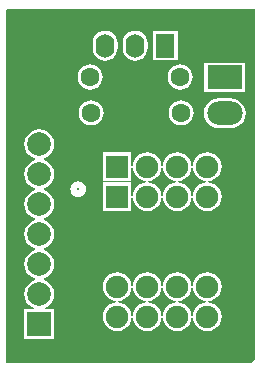
<source format=gbl>
G04 Layer_Physical_Order=2*
G04 Layer_Color=11436288*
%FSAX43Y43*%
%MOMM*%
G71*
G01*
G75*
%ADD11C,0.300*%
%ADD12C,1.905*%
%ADD13R,1.905X1.905*%
%ADD14R,1.905X1.905*%
%ADD15R,2.000X2.000*%
%ADD16C,2.000*%
%ADD17O,3.000X2.000*%
%ADD18R,3.000X2.000*%
%ADD19R,1.600X2.000*%
%ADD20O,1.600X2.000*%
%ADD21C,1.600*%
G36*
X0041874Y0054356D02*
X0041874Y0024684D01*
X0041574Y0024384D01*
X0020918Y0024384D01*
X0020828Y0024474D01*
X0020828Y0054266D01*
X0020918Y0054356D01*
X0041874Y0054356D01*
D02*
G37*
%LPC*%
G36*
X0037846Y0042238D02*
X0037531Y0042196D01*
X0037238Y0042075D01*
X0036986Y0041881D01*
X0036792Y0041629D01*
X0036671Y0041336D01*
X0036640Y0041104D01*
X0036512D01*
X0036481Y0041336D01*
X0036360Y0041629D01*
X0036167Y0041881D01*
X0035914Y0042075D01*
X0035621Y0042196D01*
X0035306Y0042238D01*
X0034991Y0042196D01*
X0034698Y0042075D01*
X0034446Y0041881D01*
X0034252Y0041629D01*
X0034131Y0041336D01*
X0034100Y0041104D01*
X0033972D01*
X0033941Y0041336D01*
X0033820Y0041629D01*
X0033626Y0041881D01*
X0033374Y0042075D01*
X0033081Y0042196D01*
X0032766Y0042238D01*
X0032451Y0042196D01*
X0032158Y0042075D01*
X0031906Y0041881D01*
X0031712Y0041629D01*
X0031591Y0041336D01*
X0031560Y0041100D01*
X0031433Y0041108D01*
Y0042227D01*
X0029020D01*
Y0039814D01*
X0031433D01*
Y0040934D01*
X0031560Y0040942D01*
X0031591Y0040706D01*
X0031712Y0040413D01*
X0031906Y0040160D01*
X0032158Y0039967D01*
X0032451Y0039846D01*
X0032683Y0039815D01*
Y0039687D01*
X0032451Y0039656D01*
X0032158Y0039535D01*
X0031906Y0039341D01*
X0031712Y0039089D01*
X0031591Y0038796D01*
X0031560Y0038560D01*
X0031433Y0038568D01*
Y0039687D01*
X0029020D01*
Y0037274D01*
X0031433D01*
Y0038394D01*
X0031560Y0038402D01*
X0031591Y0038166D01*
X0031712Y0037873D01*
X0031906Y0037620D01*
X0032158Y0037427D01*
X0032451Y0037306D01*
X0032766Y0037264D01*
X0033081Y0037306D01*
X0033374Y0037427D01*
X0033626Y0037620D01*
X0033820Y0037873D01*
X0033941Y0038166D01*
X0033972Y0038398D01*
X0034100D01*
X0034131Y0038166D01*
X0034252Y0037873D01*
X0034446Y0037620D01*
X0034698Y0037427D01*
X0034991Y0037306D01*
X0035306Y0037264D01*
X0035621Y0037306D01*
X0035914Y0037427D01*
X0036167Y0037620D01*
X0036360Y0037873D01*
X0036481Y0038166D01*
X0036512Y0038398D01*
X0036640D01*
X0036671Y0038166D01*
X0036792Y0037873D01*
X0036986Y0037620D01*
X0037238Y0037427D01*
X0037531Y0037306D01*
X0037846Y0037264D01*
X0038161Y0037306D01*
X0038454Y0037427D01*
X0038707Y0037620D01*
X0038900Y0037873D01*
X0039021Y0038166D01*
X0039063Y0038481D01*
X0039021Y0038796D01*
X0038900Y0039089D01*
X0038707Y0039341D01*
X0038454Y0039535D01*
X0038161Y0039656D01*
X0037929Y0039687D01*
Y0039815D01*
X0038161Y0039846D01*
X0038454Y0039967D01*
X0038707Y0040160D01*
X0038900Y0040413D01*
X0039021Y0040706D01*
X0039063Y0041021D01*
X0039021Y0041336D01*
X0038900Y0041629D01*
X0038707Y0041881D01*
X0038454Y0042075D01*
X0038161Y0042196D01*
X0037846Y0042238D01*
D02*
G37*
G36*
X0039824Y0046799D02*
X0038824D01*
X0038497Y0046756D01*
X0038192Y0046629D01*
X0037930Y0046428D01*
X0037729Y0046166D01*
X0037602Y0045861D01*
X0037559Y0045534D01*
X0037602Y0045207D01*
X0037729Y0044902D01*
X0037930Y0044640D01*
X0038192Y0044439D01*
X0038497Y0044312D01*
X0038824Y0044269D01*
X0039824D01*
X0040151Y0044312D01*
X0040456Y0044439D01*
X0040718Y0044640D01*
X0040919Y0044902D01*
X0041046Y0045207D01*
X0041089Y0045534D01*
X0041046Y0045861D01*
X0040919Y0046166D01*
X0040718Y0046428D01*
X0040456Y0046629D01*
X0040151Y0046756D01*
X0039824Y0046799D01*
D02*
G37*
G36*
X0028014Y0046647D02*
X0027739Y0046611D01*
X0027482Y0046505D01*
X0027262Y0046336D01*
X0027093Y0046116D01*
X0026987Y0045859D01*
X0026951Y0045584D01*
X0026987Y0045309D01*
X0027093Y0045052D01*
X0027262Y0044832D01*
X0027482Y0044663D01*
X0027739Y0044557D01*
X0028014Y0044521D01*
X0028289Y0044557D01*
X0028546Y0044663D01*
X0028766Y0044832D01*
X0028935Y0045052D01*
X0029041Y0045309D01*
X0029077Y0045584D01*
X0029041Y0045859D01*
X0028935Y0046116D01*
X0028766Y0046336D01*
X0028546Y0046505D01*
X0028289Y0046611D01*
X0028014Y0046647D01*
D02*
G37*
G36*
X0023622Y0044191D02*
X0023295Y0044148D01*
X0022990Y0044021D01*
X0022728Y0043820D01*
X0022527Y0043558D01*
X0022400Y0043253D01*
X0022357Y0042926D01*
X0022400Y0042599D01*
X0022527Y0042294D01*
X0022728Y0042032D01*
X0022990Y0041831D01*
X0023245Y0041725D01*
Y0041587D01*
X0022990Y0041481D01*
X0022728Y0041280D01*
X0022527Y0041018D01*
X0022400Y0040713D01*
X0022357Y0040386D01*
X0022400Y0040059D01*
X0022527Y0039754D01*
X0022728Y0039492D01*
X0022990Y0039291D01*
X0023245Y0039185D01*
Y0039047D01*
X0022990Y0038941D01*
X0022728Y0038740D01*
X0022527Y0038478D01*
X0022400Y0038173D01*
X0022357Y0037846D01*
X0022400Y0037519D01*
X0022527Y0037214D01*
X0022728Y0036952D01*
X0022990Y0036751D01*
X0023245Y0036645D01*
Y0036507D01*
X0022990Y0036401D01*
X0022728Y0036200D01*
X0022527Y0035938D01*
X0022400Y0035633D01*
X0022357Y0035306D01*
X0022400Y0034979D01*
X0022527Y0034674D01*
X0022728Y0034412D01*
X0022990Y0034211D01*
X0023245Y0034105D01*
Y0033967D01*
X0022990Y0033861D01*
X0022728Y0033660D01*
X0022527Y0033398D01*
X0022400Y0033093D01*
X0022357Y0032766D01*
X0022400Y0032439D01*
X0022527Y0032134D01*
X0022728Y0031872D01*
X0022990Y0031671D01*
X0023245Y0031565D01*
Y0031427D01*
X0022990Y0031321D01*
X0022728Y0031120D01*
X0022527Y0030858D01*
X0022400Y0030553D01*
X0022357Y0030226D01*
X0022400Y0029899D01*
X0022527Y0029594D01*
X0022728Y0029332D01*
X0022990Y0029131D01*
X0023143Y0029067D01*
X0023118Y0028940D01*
X0022368D01*
Y0026432D01*
X0024876D01*
Y0028940D01*
X0024126D01*
X0024101Y0029067D01*
X0024254Y0029131D01*
X0024516Y0029332D01*
X0024717Y0029594D01*
X0024844Y0029899D01*
X0024887Y0030226D01*
X0024844Y0030553D01*
X0024717Y0030858D01*
X0024516Y0031120D01*
X0024254Y0031321D01*
X0023999Y0031427D01*
Y0031565D01*
X0024254Y0031671D01*
X0024516Y0031872D01*
X0024717Y0032134D01*
X0024844Y0032439D01*
X0024887Y0032766D01*
X0024844Y0033093D01*
X0024717Y0033398D01*
X0024516Y0033660D01*
X0024254Y0033861D01*
X0023999Y0033967D01*
Y0034105D01*
X0024254Y0034211D01*
X0024516Y0034412D01*
X0024717Y0034674D01*
X0024844Y0034979D01*
X0024887Y0035306D01*
X0024844Y0035633D01*
X0024717Y0035938D01*
X0024516Y0036200D01*
X0024254Y0036401D01*
X0023999Y0036507D01*
Y0036645D01*
X0024254Y0036751D01*
X0024516Y0036952D01*
X0024717Y0037214D01*
X0024844Y0037519D01*
X0024887Y0037846D01*
X0024844Y0038173D01*
X0024717Y0038478D01*
X0024516Y0038740D01*
X0024254Y0038941D01*
X0023999Y0039047D01*
Y0039185D01*
X0024254Y0039291D01*
X0024516Y0039492D01*
X0024717Y0039754D01*
X0024844Y0040059D01*
X0024887Y0040386D01*
X0024844Y0040713D01*
X0024717Y0041018D01*
X0024516Y0041280D01*
X0024254Y0041481D01*
X0023999Y0041587D01*
Y0041725D01*
X0024254Y0041831D01*
X0024516Y0042032D01*
X0024717Y0042294D01*
X0024844Y0042599D01*
X0024887Y0042926D01*
X0024844Y0043253D01*
X0024717Y0043558D01*
X0024516Y0043820D01*
X0024254Y0044021D01*
X0023949Y0044148D01*
X0023622Y0044191D01*
D02*
G37*
G36*
X0037846Y0032078D02*
X0037531Y0032036D01*
X0037238Y0031915D01*
X0036986Y0031721D01*
X0036792Y0031469D01*
X0036671Y0031176D01*
X0036640Y0030944D01*
X0036512D01*
X0036481Y0031176D01*
X0036360Y0031469D01*
X0036167Y0031721D01*
X0035914Y0031915D01*
X0035621Y0032036D01*
X0035306Y0032078D01*
X0034991Y0032036D01*
X0034698Y0031915D01*
X0034446Y0031721D01*
X0034252Y0031469D01*
X0034131Y0031176D01*
X0034100Y0030944D01*
X0033972D01*
X0033941Y0031176D01*
X0033820Y0031469D01*
X0033626Y0031721D01*
X0033374Y0031915D01*
X0033081Y0032036D01*
X0032766Y0032078D01*
X0032451Y0032036D01*
X0032158Y0031915D01*
X0031906Y0031721D01*
X0031712Y0031469D01*
X0031591Y0031176D01*
X0031560Y0030944D01*
X0031432D01*
X0031401Y0031176D01*
X0031280Y0031469D01*
X0031087Y0031721D01*
X0030834Y0031915D01*
X0030541Y0032036D01*
X0030226Y0032078D01*
X0029911Y0032036D01*
X0029618Y0031915D01*
X0029366Y0031721D01*
X0029172Y0031469D01*
X0029051Y0031176D01*
X0029009Y0030861D01*
X0029051Y0030546D01*
X0029172Y0030253D01*
X0029366Y0030000D01*
X0029618Y0029807D01*
X0029911Y0029686D01*
X0030143Y0029655D01*
Y0029527D01*
X0029911Y0029496D01*
X0029618Y0029375D01*
X0029366Y0029181D01*
X0029172Y0028929D01*
X0029051Y0028636D01*
X0029009Y0028321D01*
X0029051Y0028006D01*
X0029172Y0027713D01*
X0029366Y0027461D01*
X0029618Y0027267D01*
X0029911Y0027146D01*
X0030226Y0027104D01*
X0030541Y0027146D01*
X0030834Y0027267D01*
X0031087Y0027461D01*
X0031280Y0027713D01*
X0031401Y0028006D01*
X0031432Y0028238D01*
X0031560D01*
X0031591Y0028006D01*
X0031712Y0027713D01*
X0031906Y0027461D01*
X0032158Y0027267D01*
X0032451Y0027146D01*
X0032766Y0027104D01*
X0033081Y0027146D01*
X0033374Y0027267D01*
X0033626Y0027461D01*
X0033820Y0027713D01*
X0033941Y0028006D01*
X0033972Y0028238D01*
X0034100D01*
X0034131Y0028006D01*
X0034252Y0027713D01*
X0034446Y0027461D01*
X0034698Y0027267D01*
X0034991Y0027146D01*
X0035306Y0027104D01*
X0035621Y0027146D01*
X0035914Y0027267D01*
X0036167Y0027461D01*
X0036360Y0027713D01*
X0036481Y0028006D01*
X0036512Y0028238D01*
X0036640D01*
X0036671Y0028006D01*
X0036792Y0027713D01*
X0036986Y0027461D01*
X0037238Y0027267D01*
X0037531Y0027146D01*
X0037846Y0027104D01*
X0038161Y0027146D01*
X0038454Y0027267D01*
X0038707Y0027461D01*
X0038900Y0027713D01*
X0039021Y0028006D01*
X0039063Y0028321D01*
X0039021Y0028636D01*
X0038900Y0028929D01*
X0038707Y0029181D01*
X0038454Y0029375D01*
X0038161Y0029496D01*
X0037929Y0029527D01*
Y0029655D01*
X0038161Y0029686D01*
X0038454Y0029807D01*
X0038707Y0030000D01*
X0038900Y0030253D01*
X0039021Y0030546D01*
X0039063Y0030861D01*
X0039021Y0031176D01*
X0038900Y0031469D01*
X0038707Y0031721D01*
X0038454Y0031915D01*
X0038161Y0032036D01*
X0037846Y0032078D01*
D02*
G37*
G36*
X0026917Y0039781D02*
X0026745Y0039756D01*
X0026586Y0039688D01*
X0026449Y0039581D01*
X0026345Y0039442D01*
X0026280Y0039281D01*
X0026259Y0039109D01*
X0026284Y0038937D01*
X0026352Y0038778D01*
X0026459Y0038641D01*
X0026598Y0038537D01*
X0026759Y0038472D01*
X0026931Y0038451D01*
X0027103Y0038476D01*
X0027262Y0038544D01*
X0027399Y0038651D01*
X0027503Y0038790D01*
X0027568Y0038951D01*
X0027589Y0039123D01*
X0027564Y0039295D01*
X0027496Y0039454D01*
X0027389Y0039591D01*
X0027250Y0039695D01*
X0027089Y0039760D01*
X0026917Y0039781D01*
D02*
G37*
G36*
X0029210Y0052533D02*
X0028935Y0052497D01*
X0028678Y0052391D01*
X0028458Y0052222D01*
X0028289Y0052002D01*
X0028183Y0051745D01*
X0028147Y0051470D01*
Y0051070D01*
X0028183Y0050795D01*
X0028289Y0050538D01*
X0028458Y0050318D01*
X0028678Y0050149D01*
X0028935Y0050043D01*
X0029210Y0050007D01*
X0029485Y0050043D01*
X0029742Y0050149D01*
X0029962Y0050318D01*
X0030131Y0050538D01*
X0030237Y0050795D01*
X0030273Y0051070D01*
Y0051470D01*
X0030237Y0051745D01*
X0030131Y0052002D01*
X0029962Y0052222D01*
X0029742Y0052391D01*
X0029485Y0052497D01*
X0029210Y0052533D01*
D02*
G37*
G36*
X0035560Y0049677D02*
X0035285Y0049641D01*
X0035028Y0049535D01*
X0034808Y0049366D01*
X0034639Y0049146D01*
X0034533Y0048889D01*
X0034497Y0048614D01*
X0034533Y0048339D01*
X0034639Y0048082D01*
X0034808Y0047862D01*
X0035028Y0047693D01*
X0035285Y0047587D01*
X0035560Y0047551D01*
X0035835Y0047587D01*
X0036092Y0047693D01*
X0036312Y0047862D01*
X0036481Y0048082D01*
X0036587Y0048339D01*
X0036623Y0048614D01*
X0036587Y0048889D01*
X0036481Y0049146D01*
X0036312Y0049366D01*
X0036092Y0049535D01*
X0035835Y0049641D01*
X0035560Y0049677D01*
D02*
G37*
G36*
X0035344Y0052524D02*
X0033236D01*
Y0050016D01*
X0035344D01*
Y0052524D01*
D02*
G37*
G36*
X0031750Y0052533D02*
X0031475Y0052497D01*
X0031218Y0052391D01*
X0030998Y0052222D01*
X0030829Y0052002D01*
X0030723Y0051745D01*
X0030687Y0051470D01*
Y0051070D01*
X0030723Y0050795D01*
X0030829Y0050538D01*
X0030998Y0050318D01*
X0031218Y0050149D01*
X0031475Y0050043D01*
X0031750Y0050007D01*
X0032025Y0050043D01*
X0032282Y0050149D01*
X0032502Y0050318D01*
X0032671Y0050538D01*
X0032777Y0050795D01*
X0032813Y0051070D01*
Y0051470D01*
X0032777Y0051745D01*
X0032671Y0052002D01*
X0032502Y0052222D01*
X0032282Y0052391D01*
X0032025Y0052497D01*
X0031750Y0052533D01*
D02*
G37*
G36*
X0027940Y0049677D02*
X0027665Y0049641D01*
X0027408Y0049535D01*
X0027188Y0049366D01*
X0027019Y0049146D01*
X0026913Y0048889D01*
X0026877Y0048614D01*
X0026913Y0048339D01*
X0027019Y0048082D01*
X0027188Y0047862D01*
X0027408Y0047693D01*
X0027665Y0047587D01*
X0027940Y0047551D01*
X0028215Y0047587D01*
X0028472Y0047693D01*
X0028692Y0047862D01*
X0028861Y0048082D01*
X0028967Y0048339D01*
X0029003Y0048614D01*
X0028967Y0048889D01*
X0028861Y0049146D01*
X0028692Y0049366D01*
X0028472Y0049535D01*
X0028215Y0049641D01*
X0027940Y0049677D01*
D02*
G37*
G36*
X0041078Y0049838D02*
X0037570D01*
Y0047330D01*
X0041078D01*
Y0049838D01*
D02*
G37*
G36*
X0035634Y0046647D02*
X0035359Y0046611D01*
X0035102Y0046505D01*
X0034882Y0046336D01*
X0034713Y0046116D01*
X0034607Y0045859D01*
X0034571Y0045584D01*
X0034607Y0045309D01*
X0034713Y0045052D01*
X0034882Y0044832D01*
X0035102Y0044663D01*
X0035359Y0044557D01*
X0035634Y0044521D01*
X0035909Y0044557D01*
X0036166Y0044663D01*
X0036386Y0044832D01*
X0036555Y0045052D01*
X0036661Y0045309D01*
X0036697Y0045584D01*
X0036661Y0045859D01*
X0036555Y0046116D01*
X0036386Y0046336D01*
X0036166Y0046505D01*
X0035909Y0046611D01*
X0035634Y0046647D01*
D02*
G37*
%LPD*%
G36*
X0031591Y0030546D02*
X0031712Y0030253D01*
X0031906Y0030000D01*
X0032158Y0029807D01*
X0032451Y0029686D01*
X0032683Y0029655D01*
Y0029527D01*
X0032451Y0029496D01*
X0032158Y0029375D01*
X0031906Y0029181D01*
X0031712Y0028929D01*
X0031591Y0028636D01*
X0031560Y0028404D01*
X0031432D01*
X0031401Y0028636D01*
X0031280Y0028929D01*
X0031087Y0029181D01*
X0030834Y0029375D01*
X0030541Y0029496D01*
X0030309Y0029527D01*
Y0029655D01*
X0030541Y0029686D01*
X0030834Y0029807D01*
X0031087Y0030000D01*
X0031280Y0030253D01*
X0031401Y0030546D01*
X0031432Y0030778D01*
X0031560D01*
X0031591Y0030546D01*
D02*
G37*
G36*
X0034131D02*
X0034252Y0030253D01*
X0034446Y0030000D01*
X0034698Y0029807D01*
X0034991Y0029686D01*
X0035223Y0029655D01*
Y0029527D01*
X0034991Y0029496D01*
X0034698Y0029375D01*
X0034446Y0029181D01*
X0034252Y0028929D01*
X0034131Y0028636D01*
X0034100Y0028404D01*
X0033972D01*
X0033941Y0028636D01*
X0033820Y0028929D01*
X0033626Y0029181D01*
X0033374Y0029375D01*
X0033081Y0029496D01*
X0032849Y0029527D01*
Y0029655D01*
X0033081Y0029686D01*
X0033374Y0029807D01*
X0033626Y0030000D01*
X0033820Y0030253D01*
X0033941Y0030546D01*
X0033972Y0030778D01*
X0034100D01*
X0034131Y0030546D01*
D02*
G37*
G36*
Y0040706D02*
X0034252Y0040413D01*
X0034446Y0040160D01*
X0034698Y0039967D01*
X0034991Y0039846D01*
X0035223Y0039815D01*
Y0039687D01*
X0034991Y0039656D01*
X0034698Y0039535D01*
X0034446Y0039341D01*
X0034252Y0039089D01*
X0034131Y0038796D01*
X0034100Y0038564D01*
X0033972D01*
X0033941Y0038796D01*
X0033820Y0039089D01*
X0033626Y0039341D01*
X0033374Y0039535D01*
X0033081Y0039656D01*
X0032849Y0039687D01*
Y0039815D01*
X0033081Y0039846D01*
X0033374Y0039967D01*
X0033626Y0040160D01*
X0033820Y0040413D01*
X0033941Y0040706D01*
X0033972Y0040938D01*
X0034100D01*
X0034131Y0040706D01*
D02*
G37*
G36*
X0036671D02*
X0036792Y0040413D01*
X0036986Y0040160D01*
X0037238Y0039967D01*
X0037531Y0039846D01*
X0037763Y0039815D01*
Y0039687D01*
X0037531Y0039656D01*
X0037238Y0039535D01*
X0036986Y0039341D01*
X0036792Y0039089D01*
X0036671Y0038796D01*
X0036640Y0038564D01*
X0036512D01*
X0036481Y0038796D01*
X0036360Y0039089D01*
X0036167Y0039341D01*
X0035914Y0039535D01*
X0035621Y0039656D01*
X0035389Y0039687D01*
Y0039815D01*
X0035621Y0039846D01*
X0035914Y0039967D01*
X0036167Y0040160D01*
X0036360Y0040413D01*
X0036481Y0040706D01*
X0036512Y0040938D01*
X0036640D01*
X0036671Y0040706D01*
D02*
G37*
G36*
Y0030546D02*
X0036792Y0030253D01*
X0036986Y0030000D01*
X0037238Y0029807D01*
X0037531Y0029686D01*
X0037763Y0029655D01*
Y0029527D01*
X0037531Y0029496D01*
X0037238Y0029375D01*
X0036986Y0029181D01*
X0036792Y0028929D01*
X0036671Y0028636D01*
X0036640Y0028404D01*
X0036512D01*
X0036481Y0028636D01*
X0036360Y0028929D01*
X0036167Y0029181D01*
X0035914Y0029375D01*
X0035621Y0029496D01*
X0035389Y0029527D01*
Y0029655D01*
X0035621Y0029686D01*
X0035914Y0029807D01*
X0036167Y0030000D01*
X0036360Y0030253D01*
X0036481Y0030546D01*
X0036512Y0030778D01*
X0036640D01*
X0036671Y0030546D01*
D02*
G37*
D11*
X0026924Y0039116D02*
D03*
D12*
X0037846Y0030861D02*
D03*
X0035306D02*
D03*
X0032766D02*
D03*
X0030226D02*
D03*
X0037846Y0038481D02*
D03*
X0035306D02*
D03*
X0032766D02*
D03*
X0030226Y0028321D02*
D03*
X0035306Y0041021D02*
D03*
X0037846D02*
D03*
Y0028321D02*
D03*
X0035306D02*
D03*
X0032766D02*
D03*
Y0041021D02*
D03*
D13*
X0030226Y0038481D02*
D03*
D14*
Y0041021D02*
D03*
D15*
X0023622Y0027686D02*
D03*
D16*
Y0030226D02*
D03*
Y0032766D02*
D03*
Y0035306D02*
D03*
Y0037846D02*
D03*
Y0040386D02*
D03*
Y0042926D02*
D03*
D17*
X0039324Y0045534D02*
D03*
D18*
Y0048584D02*
D03*
D19*
X0034290Y0051270D02*
D03*
D20*
X0031750D02*
D03*
X0029210D02*
D03*
D21*
X0035560Y0048614D02*
D03*
X0027940D02*
D03*
X0028014Y0045584D02*
D03*
X0035634D02*
D03*
M02*

</source>
